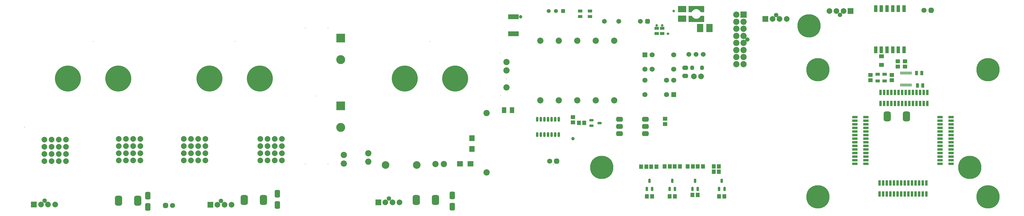
<source format=gts>
G04*
G04 #@! TF.GenerationSoftware,Altium Limited,Altium Designer,23.9.2 (47)*
G04*
G04 Layer_Color=8388736*
%FSLAX44Y44*%
%MOMM*%
G71*
G04*
G04 #@! TF.SameCoordinates,B1C0779B-3EB0-494A-A092-0BE117C51D64*
G04*
G04*
G04 #@! TF.FilePolarity,Negative*
G04*
G01*
G75*
G04:AMPARAMS|DCode=40|XSize=0.8532mm|YSize=1.4532mm|CornerRadius=0.2641mm|HoleSize=0mm|Usage=FLASHONLY|Rotation=180.000|XOffset=0mm|YOffset=0mm|HoleType=Round|Shape=RoundedRectangle|*
%AMROUNDEDRECTD40*
21,1,0.8532,0.9250,0,0,180.0*
21,1,0.3250,1.4532,0,0,180.0*
1,1,0.5282,-0.1625,0.4625*
1,1,0.5282,0.1625,0.4625*
1,1,0.5282,0.1625,-0.4625*
1,1,0.5282,-0.1625,-0.4625*
%
%ADD40ROUNDEDRECTD40*%
%ADD41R,1.9032X0.9432*%
%ADD42R,0.9432X1.9032*%
G04:AMPARAMS|DCode=43|XSize=0.8032mm|YSize=1.6532mm|CornerRadius=0.2516mm|HoleSize=0mm|Usage=FLASHONLY|Rotation=0.000|XOffset=0mm|YOffset=0mm|HoleType=Round|Shape=RoundedRectangle|*
%AMROUNDEDRECTD43*
21,1,0.8032,1.1500,0,0,0.0*
21,1,0.3000,1.6532,0,0,0.0*
1,1,0.5032,0.1500,-0.5750*
1,1,0.5032,-0.1500,-0.5750*
1,1,0.5032,-0.1500,0.5750*
1,1,0.5032,0.1500,0.5750*
%
%ADD43ROUNDEDRECTD43*%
%ADD44R,2.2032X3.0032*%
%ADD45R,3.0032X2.2032*%
%ADD46R,1.5032X1.1032*%
%ADD47R,1.1032X1.5032*%
%ADD48R,1.8032X1.4032*%
%ADD49R,0.4050X1.1000*%
%ADD50R,1.2232X2.4032*%
%ADD51R,1.3532X1.5532*%
G04:AMPARAMS|DCode=52|XSize=1.7032mm|YSize=2.3032mm|CornerRadius=0.4766mm|HoleSize=0mm|Usage=FLASHONLY|Rotation=90.000|XOffset=0mm|YOffset=0mm|HoleType=Round|Shape=RoundedRectangle|*
%AMROUNDEDRECTD52*
21,1,1.7032,1.3500,0,0,90.0*
21,1,0.7500,2.3032,0,0,90.0*
1,1,0.9532,0.6750,0.3750*
1,1,0.9532,0.6750,-0.3750*
1,1,0.9532,-0.6750,-0.3750*
1,1,0.9532,-0.6750,0.3750*
%
%ADD52ROUNDEDRECTD52*%
G04:AMPARAMS|DCode=53|XSize=3.5032mm|YSize=2.5032mm|CornerRadius=0.6766mm|HoleSize=0mm|Usage=FLASHONLY|Rotation=270.000|XOffset=0mm|YOffset=0mm|HoleType=Round|Shape=RoundedRectangle|*
%AMROUNDEDRECTD53*
21,1,3.5032,1.1500,0,0,270.0*
21,1,2.1500,2.5032,0,0,270.0*
1,1,1.3532,-0.5750,-1.0750*
1,1,1.3532,-0.5750,1.0750*
1,1,1.3532,0.5750,1.0750*
1,1,1.3532,0.5750,-1.0750*
%
%ADD53ROUNDEDRECTD53*%
%ADD54R,1.5532X1.3532*%
%ADD55R,1.8832X2.0032*%
%ADD56R,2.0032X1.8832*%
G04:AMPARAMS|DCode=57|XSize=1.5032mm|YSize=1.3032mm|CornerRadius=0.3766mm|HoleSize=0mm|Usage=FLASHONLY|Rotation=90.000|XOffset=0mm|YOffset=0mm|HoleType=Round|Shape=RoundedRectangle|*
%AMROUNDEDRECTD57*
21,1,1.5032,0.5500,0,0,90.0*
21,1,0.7500,1.3032,0,0,90.0*
1,1,0.7532,0.2750,0.3750*
1,1,0.7532,0.2750,-0.3750*
1,1,0.7532,-0.2750,-0.3750*
1,1,0.7532,-0.2750,0.3750*
%
%ADD57ROUNDEDRECTD57*%
G04:AMPARAMS|DCode=58|XSize=1.9032mm|YSize=2.7032mm|CornerRadius=0.5266mm|HoleSize=0mm|Usage=FLASHONLY|Rotation=0.000|XOffset=0mm|YOffset=0mm|HoleType=Round|Shape=RoundedRectangle|*
%AMROUNDEDRECTD58*
21,1,1.9032,1.6500,0,0,0.0*
21,1,0.8500,2.7032,0,0,0.0*
1,1,1.0532,0.4250,-0.8250*
1,1,1.0532,-0.4250,-0.8250*
1,1,1.0532,-0.4250,0.8250*
1,1,1.0532,0.4250,0.8250*
%
%ADD58ROUNDEDRECTD58*%
G04:AMPARAMS|DCode=59|XSize=0.8532mm|YSize=1.4532mm|CornerRadius=0.2641mm|HoleSize=0mm|Usage=FLASHONLY|Rotation=90.000|XOffset=0mm|YOffset=0mm|HoleType=Round|Shape=RoundedRectangle|*
%AMROUNDEDRECTD59*
21,1,0.8532,0.9250,0,0,90.0*
21,1,0.3250,1.4532,0,0,90.0*
1,1,0.5282,0.4625,0.1625*
1,1,0.5282,0.4625,-0.1625*
1,1,0.5282,-0.4625,-0.1625*
1,1,0.5282,-0.4625,0.1625*
%
%ADD59ROUNDEDRECTD59*%
%ADD60R,1.6032X2.1532*%
%ADD61C,1.2032*%
%ADD62R,3.7032X1.7032*%
G04:AMPARAMS|DCode=63|XSize=1.9532mm|YSize=1.4532mm|CornerRadius=0.4141mm|HoleSize=0mm|Usage=FLASHONLY|Rotation=180.000|XOffset=0mm|YOffset=0mm|HoleType=Round|Shape=RoundedRectangle|*
%AMROUNDEDRECTD63*
21,1,1.9532,0.6250,0,0,180.0*
21,1,1.1250,1.4532,0,0,180.0*
1,1,0.8282,-0.5625,0.3125*
1,1,0.8282,0.5625,0.3125*
1,1,0.8282,0.5625,-0.3125*
1,1,0.8282,-0.5625,-0.3125*
%
%ADD63ROUNDEDRECTD63*%
%ADD64C,2.0032*%
%ADD65R,2.0032X2.0032*%
%ADD66C,1.6032*%
%ADD67C,1.7032*%
%ADD68C,8.2032*%
%ADD69C,2.2032*%
%ADD70R,2.2032X2.2032*%
%ADD71C,1.5032*%
%ADD72C,2.7032*%
%ADD73C,9.2032*%
%ADD74C,0.2032*%
%ADD75R,3.1732X3.1732*%
%ADD76C,3.1732*%
%ADD77C,1.8032*%
%ADD78R,1.8032X1.8032*%
G04:AMPARAMS|DCode=79|XSize=1.8032mm|YSize=1.8032mm|CornerRadius=0.5016mm|HoleSize=0mm|Usage=FLASHONLY|Rotation=180.000|XOffset=0mm|YOffset=0mm|HoleType=Round|Shape=RoundedRectangle|*
%AMROUNDEDRECTD79*
21,1,1.8032,0.8000,0,0,180.0*
21,1,0.8000,1.8032,0,0,180.0*
1,1,1.0032,-0.4000,0.4000*
1,1,1.0032,0.4000,0.4000*
1,1,1.0032,0.4000,-0.4000*
1,1,1.0032,-0.4000,-0.4000*
%
%ADD79ROUNDEDRECTD79*%
G04:AMPARAMS|DCode=80|XSize=1.7032mm|YSize=1.7032mm|CornerRadius=0.4766mm|HoleSize=0mm|Usage=FLASHONLY|Rotation=180.000|XOffset=0mm|YOffset=0mm|HoleType=Round|Shape=RoundedRectangle|*
%AMROUNDEDRECTD80*
21,1,1.7032,0.7500,0,0,180.0*
21,1,0.7500,1.7032,0,0,180.0*
1,1,0.9532,-0.3750,0.3750*
1,1,0.9532,0.3750,0.3750*
1,1,0.9532,0.3750,-0.3750*
1,1,0.9532,-0.3750,-0.3750*
%
%ADD80ROUNDEDRECTD80*%
%ADD81C,1.4032*%
%ADD82R,1.4032X1.4032*%
%ADD83C,0.9032*%
G36*
X2393660Y703519D02*
X2393683Y703520D01*
X2393725Y703515D01*
X2393769Y703512D01*
X2393792Y703508D01*
X2393815Y703505D01*
X2393857Y703494D01*
X2393899Y703486D01*
X2393922Y703478D01*
X2393945Y703473D01*
X2393984Y703457D01*
X2394025Y703443D01*
X2394047Y703433D01*
X2394069Y703424D01*
X2394106Y703403D01*
X2394145Y703384D01*
X2394165Y703371D01*
X2394185Y703360D01*
X2394220Y703334D01*
X2394256Y703310D01*
X2394273Y703295D01*
X2394292Y703281D01*
X2394324Y703251D01*
X2394356Y703223D01*
X2394371Y703205D01*
X2394388Y703188D01*
X2394415Y703155D01*
X2394444Y703122D01*
X2394457Y703103D01*
X2394471Y703084D01*
X2394494Y703047D01*
X2394518Y703012D01*
X2394528Y702991D01*
X2394540Y702970D01*
X2395293Y701515D01*
X2397179Y698871D01*
X2399514Y696648D01*
X2402228Y694906D01*
X2405221Y693709D01*
X2408387Y693099D01*
X2411611Y693099D01*
X2414777Y693708D01*
X2417771Y694905D01*
X2420484Y696646D01*
X2422820Y698868D01*
X2424707Y701513D01*
X2425460Y702968D01*
X2425472Y702988D01*
X2425482Y703009D01*
X2425506Y703045D01*
X2425529Y703082D01*
X2425543Y703100D01*
X2425556Y703120D01*
X2425585Y703152D01*
X2425612Y703186D01*
X2425629Y703202D01*
X2425644Y703220D01*
X2425676Y703248D01*
X2425708Y703278D01*
X2425727Y703292D01*
X2425744Y703308D01*
X2425780Y703332D01*
X2425815Y703357D01*
X2425836Y703369D01*
X2425855Y703382D01*
X2425894Y703401D01*
X2425932Y703422D01*
X2425953Y703430D01*
X2425975Y703441D01*
X2426016Y703455D01*
X2426055Y703470D01*
X2426078Y703476D01*
X2426101Y703484D01*
X2426143Y703492D01*
X2426185Y703502D01*
X2426208Y703505D01*
X2426231Y703510D01*
X2426274Y703512D01*
X2426317Y703517D01*
X2426341Y703517D01*
X2426364Y703518D01*
X2436500D01*
X2436633Y703510D01*
X2436763Y703484D01*
X2436890Y703441D01*
X2437009Y703382D01*
X2437120Y703308D01*
X2437220Y703220D01*
X2437308Y703120D01*
X2437382Y703009D01*
X2437441Y702890D01*
X2437484Y702764D01*
X2437509Y702633D01*
X2437518Y702500D01*
Y682500D01*
X2437509Y682367D01*
X2437484Y682236D01*
X2437441Y682110D01*
X2437382Y681991D01*
X2437308Y681880D01*
X2437220Y681780D01*
X2437120Y681692D01*
X2437009Y681618D01*
X2436890Y681559D01*
X2436763Y681516D01*
X2436633Y681490D01*
X2436500Y681482D01*
X2383500D01*
X2383500D01*
X2383500D01*
X2383456Y681485D01*
X2383367Y681490D01*
X2383237Y681516D01*
D01*
X2383236Y681516D01*
X2383148Y681546D01*
X2383110Y681559D01*
X2383110Y681559D01*
X2383110Y681559D01*
X2383055Y681587D01*
X2382991Y681618D01*
X2382991Y681618D01*
X2382991Y681618D01*
X2382934Y681656D01*
X2382880Y681692D01*
X2382880Y681692D01*
X2382880Y681692D01*
X2382829Y681737D01*
X2382780Y681780D01*
X2382780Y681780D01*
X2382780Y681780D01*
X2382737Y681829D01*
X2382692Y681880D01*
X2382692Y681880D01*
X2382692Y681880D01*
X2382656Y681935D01*
X2382618Y681991D01*
X2382618Y681991D01*
X2382618Y681991D01*
X2382587Y682055D01*
X2382559Y682110D01*
X2382559Y682110D01*
X2382559Y682111D01*
X2382546Y682149D01*
X2382516Y682236D01*
X2382516Y682237D01*
D01*
X2382491Y682367D01*
X2382485Y682457D01*
X2382482Y682500D01*
Y682500D01*
Y682500D01*
X2382484Y702503D01*
X2382487Y702546D01*
X2382493Y702635D01*
X2382519Y702766D01*
D01*
X2382519Y702766D01*
X2382549Y702854D01*
X2382562Y702892D01*
X2382562Y702892D01*
X2382562Y702892D01*
X2382590Y702948D01*
X2382621Y703012D01*
X2382621Y703012D01*
X2382621Y703012D01*
X2382659Y703068D01*
X2382695Y703122D01*
X2382695Y703122D01*
X2382695Y703123D01*
X2382740Y703173D01*
X2382783Y703223D01*
X2382783Y703223D01*
X2382783Y703223D01*
X2382832Y703266D01*
X2382883Y703310D01*
X2382883Y703310D01*
X2382883Y703310D01*
X2382937Y703347D01*
X2382994Y703384D01*
X2382994Y703384D01*
X2382994Y703384D01*
X2383057Y703416D01*
X2383113Y703443D01*
X2383113Y703443D01*
X2383113Y703443D01*
X2383151Y703456D01*
X2383239Y703486D01*
X2383239Y703486D01*
D01*
X2383370Y703512D01*
X2383459Y703518D01*
X2383503Y703521D01*
X2393636D01*
X2393660Y703519D01*
D02*
G37*
G36*
X2436544Y738515D02*
X2436633Y738510D01*
X2436763Y738484D01*
D01*
X2436764Y738484D01*
X2436852Y738454D01*
X2436890Y738441D01*
X2436890Y738441D01*
X2436890Y738441D01*
X2436945Y738413D01*
X2437009Y738382D01*
X2437009Y738382D01*
X2437009Y738382D01*
X2437066Y738344D01*
X2437120Y738308D01*
X2437120Y738308D01*
X2437120Y738308D01*
X2437171Y738263D01*
X2437220Y738220D01*
X2437220Y738220D01*
X2437220Y738220D01*
X2437263Y738171D01*
X2437308Y738120D01*
X2437308Y738120D01*
X2437308Y738120D01*
X2437344Y738065D01*
X2437382Y738009D01*
X2437382Y738009D01*
X2437382Y738009D01*
X2437413Y737945D01*
X2437441Y737890D01*
X2437441Y737890D01*
X2437441Y737889D01*
X2437454Y737851D01*
X2437484Y737764D01*
X2437484Y737763D01*
D01*
X2437509Y737633D01*
X2437515Y737543D01*
X2437518Y737500D01*
Y737500D01*
Y737500D01*
X2437516Y717497D01*
X2437513Y717454D01*
X2437507Y717365D01*
X2437481Y717234D01*
D01*
X2437481Y717234D01*
X2437451Y717146D01*
X2437438Y717108D01*
X2437438Y717108D01*
X2437438Y717108D01*
X2437410Y717052D01*
X2437379Y716988D01*
X2437379Y716988D01*
X2437379Y716988D01*
X2437341Y716932D01*
X2437305Y716878D01*
X2437305Y716878D01*
X2437305Y716877D01*
X2437260Y716827D01*
X2437217Y716777D01*
X2437217Y716777D01*
X2437217Y716777D01*
X2437168Y716734D01*
X2437117Y716690D01*
X2437117Y716690D01*
X2437117Y716690D01*
X2437063Y716653D01*
X2437007Y716616D01*
X2437006Y716616D01*
X2437006Y716616D01*
X2436943Y716584D01*
X2436887Y716557D01*
X2436887Y716557D01*
X2436887Y716557D01*
X2436849Y716544D01*
X2436761Y716514D01*
X2436761Y716514D01*
D01*
X2436630Y716488D01*
X2436541Y716482D01*
X2436497Y716479D01*
X2426364D01*
X2426340Y716481D01*
X2426317Y716480D01*
X2426275Y716485D01*
X2426231Y716488D01*
X2426208Y716492D01*
X2426185Y716495D01*
X2426143Y716506D01*
X2426101Y716514D01*
X2426078Y716522D01*
X2426055Y716527D01*
X2426016Y716543D01*
X2425975Y716557D01*
X2425953Y716567D01*
X2425931Y716576D01*
X2425894Y716597D01*
X2425855Y716616D01*
X2425835Y716629D01*
X2425815Y716640D01*
X2425780Y716666D01*
X2425744Y716690D01*
X2425727Y716705D01*
X2425708Y716719D01*
X2425676Y716749D01*
X2425644Y716777D01*
X2425629Y716795D01*
X2425612Y716812D01*
X2425585Y716845D01*
X2425556Y716878D01*
X2425543Y716897D01*
X2425529Y716916D01*
X2425506Y716953D01*
X2425482Y716988D01*
X2425472Y717009D01*
X2425460Y717030D01*
X2424707Y718485D01*
X2422820Y721129D01*
X2420485Y723353D01*
X2417772Y725094D01*
X2414779Y726291D01*
X2411613Y726901D01*
X2408389Y726901D01*
X2405223Y726292D01*
X2402229Y725095D01*
X2399515Y723354D01*
X2397180Y721132D01*
X2395293Y718487D01*
X2394540Y717032D01*
X2394528Y717012D01*
X2394518Y716991D01*
X2394494Y716955D01*
X2394471Y716918D01*
X2394456Y716900D01*
X2394444Y716880D01*
X2394415Y716848D01*
X2394388Y716814D01*
X2394371Y716798D01*
X2394356Y716780D01*
X2394323Y716752D01*
X2394292Y716722D01*
X2394273Y716708D01*
X2394256Y716692D01*
X2394220Y716668D01*
X2394185Y716643D01*
X2394164Y716631D01*
X2394145Y716618D01*
X2394106Y716599D01*
X2394068Y716578D01*
X2394047Y716570D01*
X2394025Y716559D01*
X2393984Y716545D01*
X2393945Y716530D01*
X2393922Y716524D01*
X2393899Y716516D01*
X2393857Y716508D01*
X2393815Y716498D01*
X2393792Y716495D01*
X2393769Y716490D01*
X2393726Y716488D01*
X2393683Y716483D01*
X2393659Y716483D01*
X2393636Y716482D01*
X2383500D01*
X2383367Y716490D01*
X2383237Y716516D01*
X2383110Y716559D01*
X2382991Y716618D01*
X2382880Y716692D01*
X2382780Y716780D01*
X2382692Y716880D01*
X2382618Y716991D01*
X2382559Y717110D01*
X2382516Y717236D01*
X2382491Y717367D01*
X2382482Y717500D01*
Y737500D01*
X2382491Y737633D01*
X2382516Y737764D01*
X2382559Y737890D01*
X2382618Y738009D01*
X2382692Y738120D01*
X2382780Y738220D01*
X2382880Y738308D01*
X2382991Y738382D01*
X2383110Y738441D01*
X2383237Y738484D01*
X2383367Y738510D01*
X2383500Y738518D01*
X2436500D01*
X2436500D01*
X2436500D01*
X2436544Y738515D01*
D02*
G37*
D40*
X2316000Y91500D02*
D03*
X2335000D02*
D03*
X2325500Y120000D02*
D03*
X2245000D02*
D03*
X2254500Y91500D02*
D03*
X2235500D02*
D03*
X2396000D02*
D03*
X2415000D02*
D03*
X2405500Y120000D02*
D03*
X2490500Y91500D02*
D03*
X2509500D02*
D03*
X2500000Y120000D02*
D03*
D41*
X2969910Y180470D02*
D03*
X3008910D02*
D03*
X3269910D02*
D03*
X3308910D02*
D03*
X2969910Y193170D02*
D03*
Y205870D02*
D03*
Y218570D02*
D03*
Y231270D02*
D03*
Y243970D02*
D03*
Y256670D02*
D03*
Y269370D02*
D03*
Y282070D02*
D03*
Y294770D02*
D03*
Y307470D02*
D03*
Y320170D02*
D03*
Y332870D02*
D03*
Y345570D02*
D03*
X3008910Y193170D02*
D03*
Y205870D02*
D03*
Y218570D02*
D03*
Y231270D02*
D03*
Y243970D02*
D03*
Y256670D02*
D03*
Y269370D02*
D03*
Y282070D02*
D03*
Y294770D02*
D03*
Y307470D02*
D03*
Y320170D02*
D03*
Y332870D02*
D03*
Y345570D02*
D03*
X3269910Y193170D02*
D03*
Y205870D02*
D03*
Y218570D02*
D03*
Y231270D02*
D03*
Y243970D02*
D03*
Y256670D02*
D03*
Y269370D02*
D03*
Y282070D02*
D03*
Y294770D02*
D03*
Y307470D02*
D03*
Y320170D02*
D03*
Y332870D02*
D03*
Y345570D02*
D03*
X3308910Y269370D02*
D03*
Y282070D02*
D03*
Y294770D02*
D03*
Y307470D02*
D03*
Y320170D02*
D03*
Y332870D02*
D03*
Y345570D02*
D03*
Y218570D02*
D03*
Y205870D02*
D03*
Y193170D02*
D03*
Y231270D02*
D03*
Y243970D02*
D03*
Y256670D02*
D03*
D42*
X3060550Y393520D02*
D03*
Y432520D02*
D03*
X3056860Y112520D02*
D03*
Y73520D02*
D03*
X3073250Y432520D02*
D03*
X3085950D02*
D03*
X3098650D02*
D03*
X3124050D02*
D03*
X3111350D02*
D03*
X3136750D02*
D03*
X3149450D02*
D03*
X3162150D02*
D03*
X3187550D02*
D03*
X3174850D02*
D03*
X3200250D02*
D03*
X3212950D02*
D03*
X3225650D02*
D03*
X3073250Y393520D02*
D03*
X3085950D02*
D03*
X3098650D02*
D03*
X3111350D02*
D03*
X3124050D02*
D03*
X3136750D02*
D03*
X3149450D02*
D03*
X3162150D02*
D03*
X3174850D02*
D03*
X3187550D02*
D03*
X3200250D02*
D03*
X3212950D02*
D03*
X3225650D02*
D03*
X3082260Y112520D02*
D03*
X3069560D02*
D03*
X3094960D02*
D03*
X3107660D02*
D03*
X3120360D02*
D03*
X3133060D02*
D03*
X3145760D02*
D03*
X3158460D02*
D03*
X3171160D02*
D03*
X3183860D02*
D03*
X3196560D02*
D03*
X3209260D02*
D03*
X3221960D02*
D03*
X3069560Y73520D02*
D03*
X3082260D02*
D03*
X3094960D02*
D03*
X3107660D02*
D03*
X3120360D02*
D03*
X3145760D02*
D03*
X3133060D02*
D03*
X3158460D02*
D03*
X3171160D02*
D03*
X3183860D02*
D03*
X3196560D02*
D03*
X3209260D02*
D03*
X3221960D02*
D03*
D43*
X1924700Y338000D02*
D03*
X1912000D02*
D03*
X1899300D02*
D03*
X1886600D02*
D03*
X1873900D02*
D03*
X1861200D02*
D03*
X1848500D02*
D03*
X1924700Y283500D02*
D03*
X1912000D02*
D03*
X1899300D02*
D03*
X1886600D02*
D03*
X1873900D02*
D03*
X1861200D02*
D03*
X1848500D02*
D03*
D44*
X2423250Y660000D02*
D03*
X2456750D02*
D03*
D45*
X2360000Y693250D02*
D03*
Y726750D02*
D03*
D46*
X2270000Y640500D02*
D03*
Y659500D02*
D03*
X2290000Y659500D02*
D03*
Y640500D02*
D03*
X3075000Y473500D02*
D03*
Y496500D02*
D03*
X3050000D02*
D03*
Y473500D02*
D03*
X2035000Y701000D02*
D03*
Y720000D02*
D03*
X2000000D02*
D03*
Y701000D02*
D03*
D47*
X3190500Y457000D02*
D03*
X3209500D02*
D03*
X3187250Y501250D02*
D03*
X3206250D02*
D03*
D48*
X3064000Y529500D02*
D03*
Y560500D02*
D03*
D49*
X3167500Y501500D02*
D03*
X3132500Y458500D02*
D03*
X3137500D02*
D03*
X3142500D02*
D03*
X3147500D02*
D03*
X3152500D02*
D03*
X3157500D02*
D03*
X3162500D02*
D03*
X3167500D02*
D03*
X3142500Y501500D02*
D03*
X3147500D02*
D03*
X3152500D02*
D03*
X3157500D02*
D03*
X3162500D02*
D03*
X3137500D02*
D03*
X3132500D02*
D03*
D50*
X3043000Y583000D02*
D03*
X3143000Y729000D02*
D03*
X3123000D02*
D03*
X3103000D02*
D03*
X3083000D02*
D03*
X3063000D02*
D03*
X3043000D02*
D03*
X3143000Y583000D02*
D03*
X3123000D02*
D03*
X3103000D02*
D03*
X3083000D02*
D03*
X3063000D02*
D03*
D51*
X2233500Y170000D02*
D03*
X2215000D02*
D03*
X2316714Y170713D02*
D03*
X2298214D02*
D03*
X2379571Y170713D02*
D03*
X2398071D02*
D03*
X2352393Y170713D02*
D03*
X2333893D02*
D03*
X2250679Y170000D02*
D03*
X2269179D02*
D03*
X2235750Y65000D02*
D03*
X2254250D02*
D03*
X2414750Y70000D02*
D03*
X2396250D02*
D03*
X2334750Y65000D02*
D03*
X2316250D02*
D03*
X2415250Y170713D02*
D03*
X2433750D02*
D03*
X2489860Y152000D02*
D03*
X2471360D02*
D03*
Y170713D02*
D03*
X2489860D02*
D03*
X2509250Y65000D02*
D03*
X2490750D02*
D03*
X2014250Y325000D02*
D03*
X1995750D02*
D03*
D52*
X2230250Y287000D02*
D03*
Y312400D02*
D03*
Y337800D02*
D03*
X2139250Y287000D02*
D03*
Y312400D02*
D03*
Y337800D02*
D03*
D53*
X3152000Y347500D02*
D03*
X3084000D02*
D03*
X371000Y49750D02*
D03*
X439000D02*
D03*
X815000Y52500D02*
D03*
X883000D02*
D03*
X1421750D02*
D03*
X1489750D02*
D03*
D54*
X3100000Y475750D02*
D03*
Y494250D02*
D03*
X3025000D02*
D03*
Y475750D02*
D03*
X3146250Y542250D02*
D03*
Y523750D02*
D03*
X3121250Y542250D02*
D03*
Y523750D02*
D03*
X2300000Y339250D02*
D03*
Y320750D02*
D03*
X1975000Y326500D02*
D03*
Y345000D02*
D03*
D55*
X1618750Y270400D02*
D03*
Y233100D02*
D03*
D56*
X1613650Y180250D02*
D03*
X1576350D02*
D03*
D57*
X2430250Y519500D02*
D03*
X2395250D02*
D03*
D58*
X1549000Y68500D02*
D03*
Y29000D02*
D03*
X931750Y74250D02*
D03*
Y34750D02*
D03*
X474750Y67500D02*
D03*
Y28000D02*
D03*
D59*
X2068500Y324500D02*
D03*
X2040000Y315000D02*
D03*
Y334000D02*
D03*
D60*
X1760000Y370000D02*
D03*
X1732000D02*
D03*
D61*
X1790000Y700000D02*
D03*
X1974375Y269500D02*
D03*
D62*
X1765000Y640000D02*
D03*
Y700000D02*
D03*
D63*
X2371250Y519500D02*
D03*
Y491000D02*
D03*
D64*
X2929500Y720400D02*
D03*
X2879500D02*
D03*
X2904500D02*
D03*
X2704000Y692850D02*
D03*
X2729000D02*
D03*
X2679000D02*
D03*
X627300Y242700D02*
D03*
X652700D02*
D03*
X627300Y217300D02*
D03*
X652700D02*
D03*
X627300Y191900D02*
D03*
X652700D02*
D03*
X678100D02*
D03*
Y217300D02*
D03*
Y268100D02*
D03*
Y242700D02*
D03*
X652700Y268100D02*
D03*
X601900D02*
D03*
X627300D02*
D03*
X601900Y217300D02*
D03*
Y242700D02*
D03*
Y191900D02*
D03*
X922700Y217300D02*
D03*
X897300D02*
D03*
X922700Y242700D02*
D03*
X897300D02*
D03*
X922700Y268100D02*
D03*
X897300D02*
D03*
X871900D02*
D03*
Y242700D02*
D03*
Y191900D02*
D03*
Y217300D02*
D03*
X897300Y191900D02*
D03*
X948100D02*
D03*
X922700D02*
D03*
X948100Y242700D02*
D03*
Y217300D02*
D03*
Y268100D02*
D03*
X134600Y240000D02*
D03*
X160000D02*
D03*
X134600Y214600D02*
D03*
X160000D02*
D03*
X134600Y189200D02*
D03*
X160000D02*
D03*
X185400D02*
D03*
Y214600D02*
D03*
Y265400D02*
D03*
Y240000D02*
D03*
X160000Y265400D02*
D03*
X109200D02*
D03*
X134600D02*
D03*
X109200Y214600D02*
D03*
Y240000D02*
D03*
Y189200D02*
D03*
X422700Y217300D02*
D03*
X397300D02*
D03*
X422700Y242700D02*
D03*
X397300D02*
D03*
X422700Y268100D02*
D03*
X397300D02*
D03*
X371900D02*
D03*
Y242700D02*
D03*
Y191900D02*
D03*
Y217300D02*
D03*
X397300Y191900D02*
D03*
X448100D02*
D03*
X422700D02*
D03*
X448100Y242700D02*
D03*
Y217300D02*
D03*
Y268100D02*
D03*
X2426650Y489500D02*
D03*
X2401250D02*
D03*
X97500Y36600D02*
D03*
X147500D02*
D03*
X122500D02*
D03*
X1312750Y43850D02*
D03*
X1362750D02*
D03*
X1337750D02*
D03*
X720250Y35850D02*
D03*
X770250D02*
D03*
X745250D02*
D03*
D65*
X2954500Y720400D02*
D03*
X2654000Y692850D02*
D03*
X72500Y36600D02*
D03*
X1287750Y43850D02*
D03*
X695250Y35850D02*
D03*
D66*
X2917000Y707000D02*
D03*
X2691500Y706250D02*
D03*
X110000Y50000D02*
D03*
X1325250Y57250D02*
D03*
X732750Y49250D02*
D03*
D67*
X2383700Y567500D02*
D03*
X2434500D02*
D03*
X2409100D02*
D03*
X2085800Y683750D02*
D03*
X2212800D02*
D03*
X2136600D02*
D03*
D68*
X3439410Y63020D02*
D03*
X2839410D02*
D03*
X3439410Y513020D02*
D03*
X2839410D02*
D03*
X2076000Y167300D02*
D03*
X2807500Y667500D02*
D03*
X3375000Y167500D02*
D03*
D69*
X2551750Y532500D02*
D03*
X2576750Y557500D02*
D03*
X2551750D02*
D03*
X2576750Y582500D02*
D03*
X2551750D02*
D03*
X2576750Y607500D02*
D03*
X2551750D02*
D03*
X2576750Y632500D02*
D03*
X2551750Y707500D02*
D03*
Y682500D02*
D03*
X2576750D02*
D03*
Y657500D02*
D03*
Y532500D02*
D03*
X2551750Y632500D02*
D03*
Y657500D02*
D03*
X1519250Y179000D02*
D03*
X1489250D02*
D03*
X1252266Y217750D02*
D03*
Y187750D02*
D03*
X1860000Y615000D02*
D03*
Y405000D02*
D03*
X1925000D02*
D03*
Y615000D02*
D03*
X1990000Y405000D02*
D03*
Y615000D02*
D03*
X2055000Y405000D02*
D03*
Y615000D02*
D03*
X1166500Y181250D02*
D03*
Y211250D02*
D03*
X1670000Y360000D02*
D03*
Y150000D02*
D03*
X2120000Y615000D02*
D03*
Y405000D02*
D03*
X1740000Y450000D02*
D03*
Y540000D02*
D03*
Y510000D02*
D03*
D70*
X2576750Y707500D02*
D03*
D71*
X2590555Y620000D02*
D03*
D72*
X1423250Y175750D02*
D03*
X1313250D02*
D03*
D73*
X1381100Y482000D02*
D03*
X1558900D02*
D03*
D03*
X192600D02*
D03*
X370400D02*
D03*
D03*
X692200D02*
D03*
X870000D02*
D03*
D03*
D74*
X1469000Y613000D02*
D03*
X783000D02*
D03*
X282000D02*
D03*
X1740000Y480000D02*
D03*
X1719000Y572000D02*
D03*
Y421000D02*
D03*
X1110000Y660000D02*
D03*
X1030000D02*
D03*
X1110000Y180000D02*
D03*
X1030000D02*
D03*
X1905000Y176500D02*
D03*
X1069500Y419500D02*
D03*
X549500Y45500D02*
D03*
X3226000Y710000D02*
D03*
X40000Y310000D02*
D03*
D75*
X1155000Y624750D02*
D03*
Y384750D02*
D03*
D76*
Y548750D02*
D03*
Y308750D02*
D03*
D77*
X2330800Y514600D02*
D03*
X2254600D02*
D03*
X2229200D02*
D03*
X2330800Y565400D02*
D03*
X2254600D02*
D03*
X2229200Y475400D02*
D03*
X2305400D02*
D03*
X2330800D02*
D03*
X2229200Y424600D02*
D03*
X2305400D02*
D03*
X1892500Y189400D02*
D03*
X562000Y32600D02*
D03*
X3213500Y722900D02*
D03*
D78*
X2229200Y565400D02*
D03*
X2330800Y424600D02*
D03*
D79*
X1917500Y189400D02*
D03*
X537000Y32600D02*
D03*
X3238500Y722900D02*
D03*
D80*
X2238200Y683750D02*
D03*
D81*
X1889200Y720000D02*
D03*
X1914600D02*
D03*
D82*
X1940000D02*
D03*
D83*
X2310000Y640000D02*
D03*
X2270000Y670000D02*
D03*
X2290000D02*
D03*
X2330000Y720000D02*
D03*
X3439410Y90520D02*
D03*
X3459410Y83020D02*
D03*
X3466910Y63020D02*
D03*
X3459410Y43020D02*
D03*
X3439410Y35520D02*
D03*
X3419410Y43020D02*
D03*
X3411910Y63020D02*
D03*
X3419410Y83020D02*
D03*
X2839410Y90520D02*
D03*
X2819410Y83020D02*
D03*
X2811910Y63020D02*
D03*
X2819410Y43020D02*
D03*
X2839410Y35520D02*
D03*
X2859410Y43020D02*
D03*
X2866910Y63020D02*
D03*
X2859410Y83020D02*
D03*
X3439410Y540520D02*
D03*
X3459410Y533020D02*
D03*
X3466910Y513020D02*
D03*
X3459410Y493020D02*
D03*
X3439410Y485520D02*
D03*
X3419410Y493020D02*
D03*
X3411910Y513020D02*
D03*
X3419410Y533020D02*
D03*
X2839410Y540520D02*
D03*
X2859410Y533020D02*
D03*
X2866910Y513020D02*
D03*
X2859410Y493020D02*
D03*
X2839410Y485520D02*
D03*
X2819410Y493020D02*
D03*
X2811910Y513020D02*
D03*
X2819410Y533020D02*
D03*
M02*

</source>
